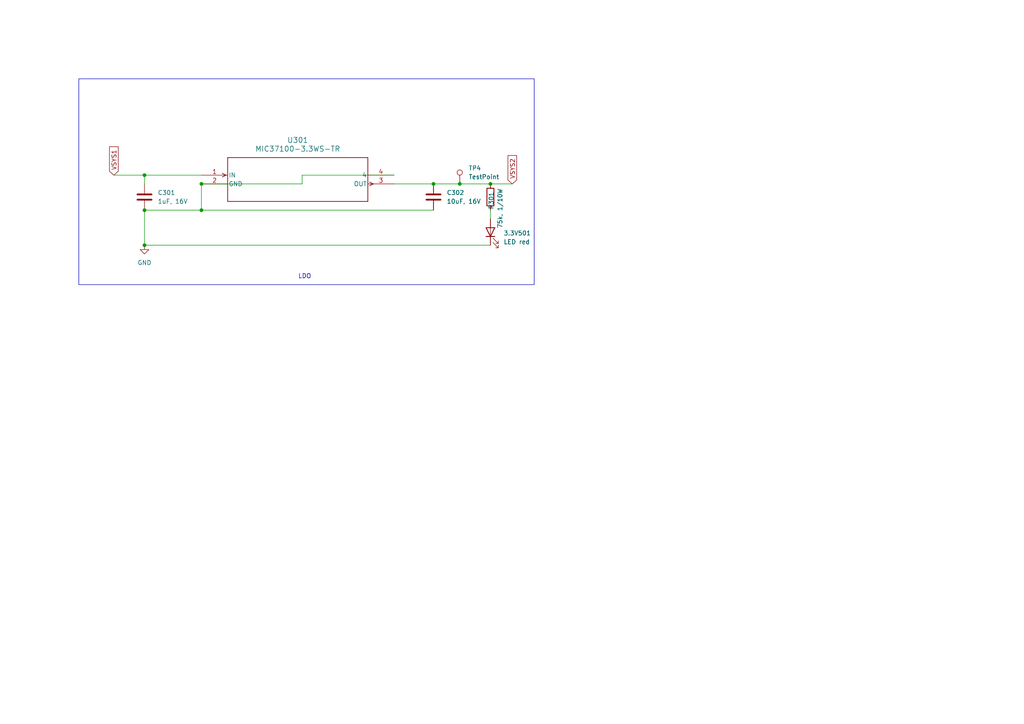
<source format=kicad_sch>
(kicad_sch
	(version 20231120)
	(generator "eeschema")
	(generator_version "8.0")
	(uuid "fac7e5f6-9ae1-4728-8520-b86d0975bb8e")
	(paper "A4")
	(lib_symbols
		(symbol "Connector:TestPoint"
			(pin_numbers hide)
			(pin_names
				(offset 0.762) hide)
			(exclude_from_sim no)
			(in_bom yes)
			(on_board yes)
			(property "Reference" "TP"
				(at 0 6.858 0)
				(effects
					(font
						(size 1.27 1.27)
					)
				)
			)
			(property "Value" "TestPoint"
				(at 0 5.08 0)
				(effects
					(font
						(size 1.27 1.27)
					)
				)
			)
			(property "Footprint" ""
				(at 5.08 0 0)
				(effects
					(font
						(size 1.27 1.27)
					)
					(hide yes)
				)
			)
			(property "Datasheet" "~"
				(at 5.08 0 0)
				(effects
					(font
						(size 1.27 1.27)
					)
					(hide yes)
				)
			)
			(property "Description" "test point"
				(at 0 0 0)
				(effects
					(font
						(size 1.27 1.27)
					)
					(hide yes)
				)
			)
			(property "ki_keywords" "test point tp"
				(at 0 0 0)
				(effects
					(font
						(size 1.27 1.27)
					)
					(hide yes)
				)
			)
			(property "ki_fp_filters" "Pin* Test*"
				(at 0 0 0)
				(effects
					(font
						(size 1.27 1.27)
					)
					(hide yes)
				)
			)
			(symbol "TestPoint_0_1"
				(circle
					(center 0 3.302)
					(radius 0.762)
					(stroke
						(width 0)
						(type default)
					)
					(fill
						(type none)
					)
				)
			)
			(symbol "TestPoint_1_1"
				(pin passive line
					(at 0 0 90)
					(length 2.54)
					(name "1"
						(effects
							(font
								(size 1.27 1.27)
							)
						)
					)
					(number "1"
						(effects
							(font
								(size 1.27 1.27)
							)
						)
					)
				)
			)
		)
		(symbol "Device:C"
			(pin_numbers hide)
			(pin_names
				(offset 0.254)
			)
			(exclude_from_sim no)
			(in_bom yes)
			(on_board yes)
			(property "Reference" "C"
				(at 0.635 2.54 0)
				(effects
					(font
						(size 1.27 1.27)
					)
					(justify left)
				)
			)
			(property "Value" "C"
				(at 0.635 -2.54 0)
				(effects
					(font
						(size 1.27 1.27)
					)
					(justify left)
				)
			)
			(property "Footprint" ""
				(at 0.9652 -3.81 0)
				(effects
					(font
						(size 1.27 1.27)
					)
					(hide yes)
				)
			)
			(property "Datasheet" "~"
				(at 0 0 0)
				(effects
					(font
						(size 1.27 1.27)
					)
					(hide yes)
				)
			)
			(property "Description" "Unpolarized capacitor"
				(at 0 0 0)
				(effects
					(font
						(size 1.27 1.27)
					)
					(hide yes)
				)
			)
			(property "ki_keywords" "cap capacitor"
				(at 0 0 0)
				(effects
					(font
						(size 1.27 1.27)
					)
					(hide yes)
				)
			)
			(property "ki_fp_filters" "C_*"
				(at 0 0 0)
				(effects
					(font
						(size 1.27 1.27)
					)
					(hide yes)
				)
			)
			(symbol "C_0_1"
				(polyline
					(pts
						(xy -2.032 -0.762) (xy 2.032 -0.762)
					)
					(stroke
						(width 0.508)
						(type default)
					)
					(fill
						(type none)
					)
				)
				(polyline
					(pts
						(xy -2.032 0.762) (xy 2.032 0.762)
					)
					(stroke
						(width 0.508)
						(type default)
					)
					(fill
						(type none)
					)
				)
			)
			(symbol "C_1_1"
				(pin passive line
					(at 0 3.81 270)
					(length 2.794)
					(name "~"
						(effects
							(font
								(size 1.27 1.27)
							)
						)
					)
					(number "1"
						(effects
							(font
								(size 1.27 1.27)
							)
						)
					)
				)
				(pin passive line
					(at 0 -3.81 90)
					(length 2.794)
					(name "~"
						(effects
							(font
								(size 1.27 1.27)
							)
						)
					)
					(number "2"
						(effects
							(font
								(size 1.27 1.27)
							)
						)
					)
				)
			)
		)
		(symbol "Device:LED"
			(pin_numbers hide)
			(pin_names
				(offset 1.016) hide)
			(exclude_from_sim no)
			(in_bom yes)
			(on_board yes)
			(property "Reference" "D"
				(at 0 2.54 0)
				(effects
					(font
						(size 1.27 1.27)
					)
				)
			)
			(property "Value" "LED"
				(at 0 -2.54 0)
				(effects
					(font
						(size 1.27 1.27)
					)
				)
			)
			(property "Footprint" ""
				(at 0 0 0)
				(effects
					(font
						(size 1.27 1.27)
					)
					(hide yes)
				)
			)
			(property "Datasheet" "~"
				(at 0 0 0)
				(effects
					(font
						(size 1.27 1.27)
					)
					(hide yes)
				)
			)
			(property "Description" "Light emitting diode"
				(at 0 0 0)
				(effects
					(font
						(size 1.27 1.27)
					)
					(hide yes)
				)
			)
			(property "ki_keywords" "LED diode"
				(at 0 0 0)
				(effects
					(font
						(size 1.27 1.27)
					)
					(hide yes)
				)
			)
			(property "ki_fp_filters" "LED* LED_SMD:* LED_THT:*"
				(at 0 0 0)
				(effects
					(font
						(size 1.27 1.27)
					)
					(hide yes)
				)
			)
			(symbol "LED_0_1"
				(polyline
					(pts
						(xy -1.27 -1.27) (xy -1.27 1.27)
					)
					(stroke
						(width 0.254)
						(type default)
					)
					(fill
						(type none)
					)
				)
				(polyline
					(pts
						(xy -1.27 0) (xy 1.27 0)
					)
					(stroke
						(width 0)
						(type default)
					)
					(fill
						(type none)
					)
				)
				(polyline
					(pts
						(xy 1.27 -1.27) (xy 1.27 1.27) (xy -1.27 0) (xy 1.27 -1.27)
					)
					(stroke
						(width 0.254)
						(type default)
					)
					(fill
						(type none)
					)
				)
				(polyline
					(pts
						(xy -3.048 -0.762) (xy -4.572 -2.286) (xy -3.81 -2.286) (xy -4.572 -2.286) (xy -4.572 -1.524)
					)
					(stroke
						(width 0)
						(type default)
					)
					(fill
						(type none)
					)
				)
				(polyline
					(pts
						(xy -1.778 -0.762) (xy -3.302 -2.286) (xy -2.54 -2.286) (xy -3.302 -2.286) (xy -3.302 -1.524)
					)
					(stroke
						(width 0)
						(type default)
					)
					(fill
						(type none)
					)
				)
			)
			(symbol "LED_1_1"
				(pin passive line
					(at -3.81 0 0)
					(length 2.54)
					(name "K"
						(effects
							(font
								(size 1.27 1.27)
							)
						)
					)
					(number "1"
						(effects
							(font
								(size 1.27 1.27)
							)
						)
					)
				)
				(pin passive line
					(at 3.81 0 180)
					(length 2.54)
					(name "A"
						(effects
							(font
								(size 1.27 1.27)
							)
						)
					)
					(number "2"
						(effects
							(font
								(size 1.27 1.27)
							)
						)
					)
				)
			)
		)
		(symbol "Device:R"
			(pin_numbers hide)
			(pin_names
				(offset 0)
			)
			(exclude_from_sim no)
			(in_bom yes)
			(on_board yes)
			(property "Reference" "R"
				(at 2.032 0 90)
				(effects
					(font
						(size 1.27 1.27)
					)
				)
			)
			(property "Value" "R"
				(at 0 0 90)
				(effects
					(font
						(size 1.27 1.27)
					)
				)
			)
			(property "Footprint" ""
				(at -1.778 0 90)
				(effects
					(font
						(size 1.27 1.27)
					)
					(hide yes)
				)
			)
			(property "Datasheet" "~"
				(at 0 0 0)
				(effects
					(font
						(size 1.27 1.27)
					)
					(hide yes)
				)
			)
			(property "Description" "Resistor"
				(at 0 0 0)
				(effects
					(font
						(size 1.27 1.27)
					)
					(hide yes)
				)
			)
			(property "ki_keywords" "R res resistor"
				(at 0 0 0)
				(effects
					(font
						(size 1.27 1.27)
					)
					(hide yes)
				)
			)
			(property "ki_fp_filters" "R_*"
				(at 0 0 0)
				(effects
					(font
						(size 1.27 1.27)
					)
					(hide yes)
				)
			)
			(symbol "R_0_1"
				(rectangle
					(start -1.016 -2.54)
					(end 1.016 2.54)
					(stroke
						(width 0.254)
						(type default)
					)
					(fill
						(type none)
					)
				)
			)
			(symbol "R_1_1"
				(pin passive line
					(at 0 3.81 270)
					(length 1.27)
					(name "~"
						(effects
							(font
								(size 1.27 1.27)
							)
						)
					)
					(number "1"
						(effects
							(font
								(size 1.27 1.27)
							)
						)
					)
				)
				(pin passive line
					(at 0 -3.81 90)
					(length 1.27)
					(name "~"
						(effects
							(font
								(size 1.27 1.27)
							)
						)
					)
					(number "2"
						(effects
							(font
								(size 1.27 1.27)
							)
						)
					)
				)
			)
		)
		(symbol "GND_3"
			(power)
			(pin_numbers hide)
			(pin_names
				(offset 0) hide)
			(exclude_from_sim no)
			(in_bom yes)
			(on_board yes)
			(property "Reference" "#PWR"
				(at 0 -6.35 0)
				(effects
					(font
						(size 1.27 1.27)
					)
					(hide yes)
				)
			)
			(property "Value" "GND"
				(at 0 -3.81 0)
				(effects
					(font
						(size 1.27 1.27)
					)
				)
			)
			(property "Footprint" ""
				(at 0 0 0)
				(effects
					(font
						(size 1.27 1.27)
					)
					(hide yes)
				)
			)
			(property "Datasheet" ""
				(at 0 0 0)
				(effects
					(font
						(size 1.27 1.27)
					)
					(hide yes)
				)
			)
			(property "Description" "Power symbol creates a global label with name \"GND\" , ground"
				(at 0 0 0)
				(effects
					(font
						(size 1.27 1.27)
					)
					(hide yes)
				)
			)
			(property "ki_keywords" "global power"
				(at 0 0 0)
				(effects
					(font
						(size 1.27 1.27)
					)
					(hide yes)
				)
			)
			(symbol "GND_3_0_1"
				(polyline
					(pts
						(xy 0 0) (xy 0 -1.27) (xy 1.27 -1.27) (xy 0 -2.54) (xy -1.27 -1.27) (xy 0 -1.27)
					)
					(stroke
						(width 0)
						(type default)
					)
					(fill
						(type none)
					)
				)
			)
			(symbol "GND_3_1_1"
				(pin power_in line
					(at 0 0 270)
					(length 0)
					(name "~"
						(effects
							(font
								(size 1.27 1.27)
							)
						)
					)
					(number "1"
						(effects
							(font
								(size 1.27 1.27)
							)
						)
					)
				)
			)
		)
		(symbol "ldo:MIC37100-3.3WS-TR"
			(pin_names
				(offset 0.254)
			)
			(exclude_from_sim no)
			(in_bom yes)
			(on_board yes)
			(property "Reference" "U"
				(at 0 11.43 0)
				(effects
					(font
						(size 1.524 1.524)
					)
				)
			)
			(property "Value" "MIC37100-3.3WS-TR"
				(at 0 8.89 0)
				(effects
					(font
						(size 1.524 1.524)
					)
				)
			)
			(property "Footprint" "SOT-223_S_MCH"
				(at 0 -10.414 0)
				(effects
					(font
						(size 1.27 1.27)
						(italic yes)
					)
					(hide yes)
				)
			)
			(property "Datasheet" "MIC37100-3.3WS-TR"
				(at 0.254 -13.462 0)
				(effects
					(font
						(size 1.27 1.27)
						(italic yes)
					)
					(hide yes)
				)
			)
			(property "Description" ""
				(at -27.94 1.27 0)
				(effects
					(font
						(size 1.27 1.27)
					)
					(hide yes)
				)
			)
			(property "ki_locked" ""
				(at 0 0 0)
				(effects
					(font
						(size 1.27 1.27)
					)
				)
			)
			(property "ki_keywords" "MIC37100-3.3WS-TR"
				(at 0 0 0)
				(effects
					(font
						(size 1.27 1.27)
					)
					(hide yes)
				)
			)
			(property "ki_fp_filters" "SOT-223_S_MCH SOT-223_S_MCH-M SOT-223_S_MCH-L"
				(at 0 0 0)
				(effects
					(font
						(size 1.27 1.27)
					)
					(hide yes)
				)
			)
			(symbol "MIC37100-3.3WS-TR_0_1"
				(polyline
					(pts
						(xy -20.8407 1.27) (xy -21.8821 0.7493)
					)
					(stroke
						(width 0.2032)
						(type default)
					)
					(fill
						(type none)
					)
				)
				(polyline
					(pts
						(xy -20.8407 1.27) (xy -21.8821 1.7907)
					)
					(stroke
						(width 0.2032)
						(type default)
					)
					(fill
						(type none)
					)
				)
				(polyline
					(pts
						(xy -20.32 -6.35) (xy 20.32 -6.35)
					)
					(stroke
						(width 0.2032)
						(type default)
					)
					(fill
						(type none)
					)
				)
				(polyline
					(pts
						(xy -20.32 6.35) (xy -20.32 -6.35)
					)
					(stroke
						(width 0.2032)
						(type default)
					)
					(fill
						(type none)
					)
				)
				(polyline
					(pts
						(xy 20.32 -6.35) (xy 20.32 6.35)
					)
					(stroke
						(width 0.2032)
						(type default)
					)
					(fill
						(type none)
					)
				)
				(polyline
					(pts
						(xy 20.32 6.35) (xy -20.32 6.35)
					)
					(stroke
						(width 0.2032)
						(type default)
					)
					(fill
						(type none)
					)
				)
				(polyline
					(pts
						(xy 20.8407 -1.7907) (xy 21.8821 -1.27)
					)
					(stroke
						(width 0.2032)
						(type default)
					)
					(fill
						(type none)
					)
				)
				(polyline
					(pts
						(xy 20.8407 -0.7493) (xy 21.8821 -1.27)
					)
					(stroke
						(width 0.2032)
						(type default)
					)
					(fill
						(type none)
					)
				)
				(pin input line
					(at -27.94 1.27 0)
					(length 7.62)
					(name "IN"
						(effects
							(font
								(size 1.27 1.27)
							)
						)
					)
					(number "1"
						(effects
							(font
								(size 1.27 1.27)
							)
						)
					)
				)
				(pin power_in line
					(at -27.94 -1.27 0)
					(length 7.62)
					(name "GND"
						(effects
							(font
								(size 1.27 1.27)
							)
						)
					)
					(number "2"
						(effects
							(font
								(size 1.27 1.27)
							)
						)
					)
				)
				(pin output line
					(at 27.94 -1.27 180)
					(length 7.62)
					(name "OUT"
						(effects
							(font
								(size 1.27 1.27)
							)
						)
					)
					(number "3"
						(effects
							(font
								(size 1.27 1.27)
							)
						)
					)
				)
				(pin unspecified line
					(at 27.94 1.27 180)
					(length 7.62)
					(name "4"
						(effects
							(font
								(size 1.27 1.27)
							)
						)
					)
					(number "4"
						(effects
							(font
								(size 1.27 1.27)
							)
						)
					)
				)
			)
		)
	)
	(junction
		(at 41.91 71.12)
		(diameter 0)
		(color 0 0 0 0)
		(uuid "458dc634-9f24-4589-9fbc-10ca9bf82164")
	)
	(junction
		(at 142.24 53.34)
		(diameter 0)
		(color 0 0 0 0)
		(uuid "5d35a140-d315-438e-9d76-4f5e8a40ddc1")
	)
	(junction
		(at 41.91 50.8)
		(diameter 0)
		(color 0 0 0 0)
		(uuid "782b6d28-da2e-461f-a46c-3de19af2dd99")
	)
	(junction
		(at 125.73 53.34)
		(diameter 0)
		(color 0 0 0 0)
		(uuid "8cc343de-d18e-461c-8d9f-90a2a3ca8f16")
	)
	(junction
		(at 41.91 60.96)
		(diameter 0)
		(color 0 0 0 0)
		(uuid "9126351a-6fce-4c51-bcca-865fd8dfc093")
	)
	(junction
		(at 58.42 53.34)
		(diameter 0)
		(color 0 0 0 0)
		(uuid "95f25de5-47b6-4a39-bb9e-235e98b3aa28")
	)
	(junction
		(at 58.42 60.96)
		(diameter 0)
		(color 0 0 0 0)
		(uuid "c1d81471-edc4-45d1-a7a4-49e3f869cbfa")
	)
	(junction
		(at 133.35 53.34)
		(diameter 0)
		(color 0 0 0 0)
		(uuid "c27efaa9-c2ad-4ac9-aa1b-e23357425ff1")
	)
	(wire
		(pts
			(xy 142.24 60.96) (xy 142.24 63.5)
		)
		(stroke
			(width 0)
			(type default)
		)
		(uuid "0411c296-373c-4e9c-aba5-eddf80d504f4")
	)
	(wire
		(pts
			(xy 58.42 60.96) (xy 125.73 60.96)
		)
		(stroke
			(width 0)
			(type default)
		)
		(uuid "1dcca814-d2d3-4964-9626-f91e98c195b6")
	)
	(wire
		(pts
			(xy 114.3 53.34) (xy 125.73 53.34)
		)
		(stroke
			(width 0)
			(type default)
		)
		(uuid "2367557c-fc58-4181-a6fe-7a9af3eaa722")
	)
	(wire
		(pts
			(xy 58.42 53.34) (xy 58.42 60.96)
		)
		(stroke
			(width 0)
			(type default)
		)
		(uuid "31e4e483-61b4-48a4-95be-5ba435cf84d9")
	)
	(wire
		(pts
			(xy 133.35 53.34) (xy 142.24 53.34)
		)
		(stroke
			(width 0)
			(type default)
		)
		(uuid "3bdedc3f-a2df-4eb8-bb1c-44646fc1a6c8")
	)
	(wire
		(pts
			(xy 87.63 50.8) (xy 87.63 53.34)
		)
		(stroke
			(width 0)
			(type default)
		)
		(uuid "40273284-a2c0-46d5-8c77-72fc77dfe857")
	)
	(wire
		(pts
			(xy 142.24 53.34) (xy 148.59 53.34)
		)
		(stroke
			(width 0)
			(type default)
		)
		(uuid "48571785-03ae-4b27-b99f-69e9f3fb3feb")
	)
	(wire
		(pts
			(xy 58.42 53.34) (xy 87.63 53.34)
		)
		(stroke
			(width 0)
			(type default)
		)
		(uuid "4a6b8e06-5e5d-4df3-8f13-cb03a759d2fd")
	)
	(wire
		(pts
			(xy 33.02 50.8) (xy 41.91 50.8)
		)
		(stroke
			(width 0)
			(type default)
		)
		(uuid "54e386bd-e1d8-4296-8a07-c5fe89211f82")
	)
	(wire
		(pts
			(xy 125.73 53.34) (xy 133.35 53.34)
		)
		(stroke
			(width 0)
			(type default)
		)
		(uuid "763cb32a-7e74-4198-83a3-44c8631f60b5")
	)
	(wire
		(pts
			(xy 41.91 60.96) (xy 58.42 60.96)
		)
		(stroke
			(width 0)
			(type default)
		)
		(uuid "76677bb0-4748-45d1-b8b2-3843b7acf759")
	)
	(wire
		(pts
			(xy 41.91 71.12) (xy 142.24 71.12)
		)
		(stroke
			(width 0)
			(type default)
		)
		(uuid "d786d39c-8844-45b2-83a2-e3d9327f04ff")
	)
	(wire
		(pts
			(xy 41.91 50.8) (xy 58.42 50.8)
		)
		(stroke
			(width 0)
			(type default)
		)
		(uuid "de5caefb-8493-4e60-8b64-6c95d29cdce2")
	)
	(wire
		(pts
			(xy 41.91 53.34) (xy 41.91 50.8)
		)
		(stroke
			(width 0)
			(type default)
		)
		(uuid "ef929442-ddcd-433a-bd06-f71fb684a1df")
	)
	(wire
		(pts
			(xy 114.3 50.8) (xy 87.63 50.8)
		)
		(stroke
			(width 0)
			(type default)
		)
		(uuid "f29e3a34-682b-4135-b92c-ac103e293d2d")
	)
	(wire
		(pts
			(xy 41.91 60.96) (xy 41.91 71.12)
		)
		(stroke
			(width 0)
			(type default)
		)
		(uuid "f9f53f1a-822d-478c-afff-bfe1db33ecf7")
	)
	(rectangle
		(start 22.86 22.86)
		(end 154.94 82.55)
		(stroke
			(width 0)
			(type default)
		)
		(fill
			(type none)
		)
		(uuid 6ab26567-4891-4b7a-bb29-a2923c954402)
	)
	(text "LDO"
		(exclude_from_sim no)
		(at 88.392 80.264 0)
		(effects
			(font
				(size 1.27 1.27)
			)
		)
		(uuid "14273017-f8d7-454e-bb64-d25e8c4a27a1")
	)
	(global_label "VSYS2"
		(shape input)
		(at 148.59 53.34 90)
		(fields_autoplaced yes)
		(effects
			(font
				(size 1.27 1.27)
			)
			(justify left)
		)
		(uuid "a95de5f2-769c-4b29-adea-385547c64fc2")
		(property "Intersheetrefs" "${INTERSHEET_REFS}"
			(at 148.59 44.5491 90)
			(effects
				(font
					(size 1.27 1.27)
				)
				(justify left)
				(hide yes)
			)
		)
	)
	(global_label "VSYS1"
		(shape input)
		(at 33.02 50.8 90)
		(fields_autoplaced yes)
		(effects
			(font
				(size 1.27 1.27)
			)
			(justify left)
		)
		(uuid "fac65a40-58b6-4d90-b955-e7f799d07b84")
		(property "Intersheetrefs" "${INTERSHEET_REFS}"
			(at 33.02 42.0091 90)
			(effects
				(font
					(size 1.27 1.27)
				)
				(justify left)
				(hide yes)
			)
		)
	)
	(symbol
		(lib_id "Device:R")
		(at 142.24 57.15 180)
		(unit 1)
		(exclude_from_sim no)
		(in_bom yes)
		(on_board yes)
		(dnp no)
		(uuid "0ca66bab-6786-4baa-ab60-40243e282d59")
		(property "Reference" "R301"
			(at 142.494 55.626 90)
			(effects
				(font
					(size 1.27 1.27)
				)
				(justify left)
			)
		)
		(property "Value" "75k, 1/10W"
			(at 145.034 54.61 90)
			(effects
				(font
					(size 1.27 1.27)
				)
				(justify left)
			)
		)
		(property "Footprint" "Resistor_SMD:R_0603_1608Metric"
			(at 144.018 57.15 90)
			(effects
				(font
					(size 1.27 1.27)
				)
				(hide yes)
			)
		)
		(property "Datasheet" "~"
			(at 142.24 57.15 0)
			(effects
				(font
					(size 1.27 1.27)
				)
				(hide yes)
			)
		)
		(property "Description" "Resistor"
			(at 142.24 57.15 0)
			(effects
				(font
					(size 1.27 1.27)
				)
				(hide yes)
			)
		)
		(pin "2"
			(uuid "67d6be02-1407-4909-8227-f7833c22c29d")
		)
		(pin "1"
			(uuid "912a5725-c254-401b-acfb-449c8ca374a2")
		)
		(instances
			(project "phytohab_habcontroller_v.4.1"
				(path "/63d8ebc3-d81d-4869-925f-b28ad884a523/85811e20-2610-48e4-a5bf-8edeeb1afe1f"
					(reference "R301")
					(unit 1)
				)
			)
		)
	)
	(symbol
		(lib_id "Device:C")
		(at 125.73 57.15 0)
		(unit 1)
		(exclude_from_sim no)
		(in_bom yes)
		(on_board yes)
		(dnp no)
		(fields_autoplaced yes)
		(uuid "7a8f0311-8f65-4744-884c-28a5a7200978")
		(property "Reference" "C302"
			(at 129.54 55.8799 0)
			(effects
				(font
					(size 1.27 1.27)
				)
				(justify left)
			)
		)
		(property "Value" "10uF, 16V"
			(at 129.54 58.4199 0)
			(effects
				(font
					(size 1.27 1.27)
				)
				(justify left)
			)
		)
		(property "Footprint" "Capacitor_SMD:C_0805_2012Metric"
			(at 126.6952 60.96 0)
			(effects
				(font
					(size 1.27 1.27)
				)
				(hide yes)
			)
		)
		(property "Datasheet" "~"
			(at 125.73 57.15 0)
			(effects
				(font
					(size 1.27 1.27)
				)
				(hide yes)
			)
		)
		(property "Description" "Unpolarized capacitor"
			(at 125.73 57.15 0)
			(effects
				(font
					(size 1.27 1.27)
				)
				(hide yes)
			)
		)
		(pin "2"
			(uuid "dfe74c10-7592-478c-b150-5ed48c5e1f5c")
		)
		(pin "1"
			(uuid "984d4ad5-359b-43f8-a117-309f77146706")
		)
		(instances
			(project "phytohab_habcontroller_v.4.1"
				(path "/63d8ebc3-d81d-4869-925f-b28ad884a523/85811e20-2610-48e4-a5bf-8edeeb1afe1f"
					(reference "C302")
					(unit 1)
				)
			)
		)
	)
	(symbol
		(lib_name "GND_3")
		(lib_id "power:GND")
		(at 41.91 71.12 0)
		(unit 1)
		(exclude_from_sim no)
		(in_bom yes)
		(on_board yes)
		(dnp no)
		(fields_autoplaced yes)
		(uuid "868f2b89-73db-4853-a48c-948ddc138073")
		(property "Reference" "#PWR01001"
			(at 41.91 77.47 0)
			(effects
				(font
					(size 1.27 1.27)
				)
				(hide yes)
			)
		)
		(property "Value" "GND"
			(at 41.91 76.2 0)
			(effects
				(font
					(size 1.27 1.27)
				)
			)
		)
		(property "Footprint" ""
			(at 41.91 71.12 0)
			(effects
				(font
					(size 1.27 1.27)
				)
				(hide yes)
			)
		)
		(property "Datasheet" ""
			(at 41.91 71.12 0)
			(effects
				(font
					(size 1.27 1.27)
				)
				(hide yes)
			)
		)
		(property "Description" "Power symbol creates a global label with name \"GND\" , ground"
			(at 41.91 71.12 0)
			(effects
				(font
					(size 1.27 1.27)
				)
				(hide yes)
			)
		)
		(pin "1"
			(uuid "c1300aad-ce7a-4495-8392-1f6a5372d56e")
		)
		(instances
			(project "phytohab_habcontroller_v.4.1"
				(path "/63d8ebc3-d81d-4869-925f-b28ad884a523/85811e20-2610-48e4-a5bf-8edeeb1afe1f"
					(reference "#PWR01001")
					(unit 1)
				)
			)
		)
	)
	(symbol
		(lib_id "Device:C")
		(at 41.91 57.15 0)
		(unit 1)
		(exclude_from_sim no)
		(in_bom yes)
		(on_board yes)
		(dnp no)
		(fields_autoplaced yes)
		(uuid "ab147320-4e5b-432a-a73f-1b5c059952b9")
		(property "Reference" "C301"
			(at 45.72 55.8799 0)
			(effects
				(font
					(size 1.27 1.27)
				)
				(justify left)
			)
		)
		(property "Value" "1uF, 16V"
			(at 45.72 58.4199 0)
			(effects
				(font
					(size 1.27 1.27)
				)
				(justify left)
			)
		)
		(property "Footprint" "Capacitor_SMD:C_0805_2012Metric"
			(at 42.8752 60.96 0)
			(effects
				(font
					(size 1.27 1.27)
				)
				(hide yes)
			)
		)
		(property "Datasheet" "~"
			(at 41.91 57.15 0)
			(effects
				(font
					(size 1.27 1.27)
				)
				(hide yes)
			)
		)
		(property "Description" "Unpolarized capacitor"
			(at 41.91 57.15 0)
			(effects
				(font
					(size 1.27 1.27)
				)
				(hide yes)
			)
		)
		(pin "2"
			(uuid "81b199ab-1aef-46dc-8fd8-f45f891a9806")
		)
		(pin "1"
			(uuid "92e11abd-79f9-468e-83ad-250907c6af1a")
		)
		(instances
			(project "phytohab_habcontroller_v.4.1"
				(path "/63d8ebc3-d81d-4869-925f-b28ad884a523/85811e20-2610-48e4-a5bf-8edeeb1afe1f"
					(reference "C301")
					(unit 1)
				)
			)
		)
	)
	(symbol
		(lib_id "Device:LED")
		(at 142.24 67.31 90)
		(unit 1)
		(exclude_from_sim no)
		(in_bom yes)
		(on_board yes)
		(dnp no)
		(fields_autoplaced yes)
		(uuid "b6d966ef-c2d5-4067-92ad-eb7e29c38db6")
		(property "Reference" "3.3V501"
			(at 146.05 67.6274 90)
			(effects
				(font
					(size 1.27 1.27)
				)
				(justify right)
			)
		)
		(property "Value" "LED red"
			(at 146.05 70.1674 90)
			(effects
				(font
					(size 1.27 1.27)
				)
				(justify right)
			)
		)
		(property "Footprint" "LED_SMD:LED_0603_1608Metric"
			(at 142.24 67.31 0)
			(effects
				(font
					(size 1.27 1.27)
				)
				(hide yes)
			)
		)
		(property "Datasheet" "~"
			(at 142.24 67.31 0)
			(effects
				(font
					(size 1.27 1.27)
				)
				(hide yes)
			)
		)
		(property "Description" "Light emitting diode"
			(at 142.24 67.31 0)
			(effects
				(font
					(size 1.27 1.27)
				)
				(hide yes)
			)
		)
		(pin "1"
			(uuid "ad5ece37-2906-4506-bd1f-36ac440b819c")
		)
		(pin "2"
			(uuid "008156ca-26f8-4533-8bbb-4d02fe6587dc")
		)
		(instances
			(project "phytohab_habcontroller_v.4.1"
				(path "/63d8ebc3-d81d-4869-925f-b28ad884a523/85811e20-2610-48e4-a5bf-8edeeb1afe1f"
					(reference "3.3V501")
					(unit 1)
				)
			)
		)
	)
	(symbol
		(lib_id "Connector:TestPoint")
		(at 133.35 53.34 0)
		(unit 1)
		(exclude_from_sim no)
		(in_bom yes)
		(on_board yes)
		(dnp no)
		(fields_autoplaced yes)
		(uuid "ca313954-07c9-4eb2-818f-b320e3f3e229")
		(property "Reference" "TP4"
			(at 135.89 48.7679 0)
			(effects
				(font
					(size 1.27 1.27)
				)
				(justify left)
			)
		)
		(property "Value" "TestPoint"
			(at 135.89 51.3079 0)
			(effects
				(font
					(size 1.27 1.27)
				)
				(justify left)
			)
		)
		(property "Footprint" "TestPoint:TestPoint_Pad_D1.0mm"
			(at 138.43 53.34 0)
			(effects
				(font
					(size 1.27 1.27)
				)
				(hide yes)
			)
		)
		(property "Datasheet" "~"
			(at 138.43 53.34 0)
			(effects
				(font
					(size 1.27 1.27)
				)
				(hide yes)
			)
		)
		(property "Description" "test point"
			(at 133.35 53.34 0)
			(effects
				(font
					(size 1.27 1.27)
				)
				(hide yes)
			)
		)
		(pin "1"
			(uuid "c8b31c1c-c4f1-4d16-ac37-cde103432db6")
		)
		(instances
			(project ""
				(path "/63d8ebc3-d81d-4869-925f-b28ad884a523/85811e20-2610-48e4-a5bf-8edeeb1afe1f"
					(reference "TP4")
					(unit 1)
				)
			)
		)
	)
	(symbol
		(lib_id "ldo:MIC37100-3.3WS-TR")
		(at 86.36 52.07 0)
		(unit 1)
		(exclude_from_sim no)
		(in_bom yes)
		(on_board yes)
		(dnp no)
		(fields_autoplaced yes)
		(uuid "e099da1a-93dd-437b-9941-788b4370ef2e")
		(property "Reference" "U301"
			(at 86.36 40.64 0)
			(effects
				(font
					(size 1.524 1.524)
				)
			)
		)
		(property "Value" "MIC37100-3.3WS-TR"
			(at 86.36 43.18 0)
			(effects
				(font
					(size 1.524 1.524)
				)
			)
		)
		(property "Footprint" "ldo:SOT-223_S_MCH"
			(at 86.36 62.484 0)
			(effects
				(font
					(size 1.27 1.27)
					(italic yes)
				)
				(hide yes)
			)
		)
		(property "Datasheet" "MIC37100-3.3WS-TR"
			(at 86.614 65.532 0)
			(effects
				(font
					(size 1.27 1.27)
					(italic yes)
				)
				(hide yes)
			)
		)
		(property "Description" ""
			(at 58.42 50.8 0)
			(effects
				(font
					(size 1.27 1.27)
				)
				(hide yes)
			)
		)
		(pin "1"
			(uuid "fdc1153c-dacb-4348-9a25-96db2e0baf76")
		)
		(pin "4"
			(uuid "f4de8b6b-2369-479f-8416-5e4da9ba5aad")
		)
		(pin "2"
			(uuid "16c79513-cb48-4906-a7b0-5a0f536d19a0")
		)
		(pin "3"
			(uuid "8da0755f-a97d-4ebc-bf44-4fe2ca2c633d")
		)
		(instances
			(project "phytohab_habcontroller_v.4.1"
				(path "/63d8ebc3-d81d-4869-925f-b28ad884a523/85811e20-2610-48e4-a5bf-8edeeb1afe1f"
					(reference "U301")
					(unit 1)
				)
			)
		)
	)
)

</source>
